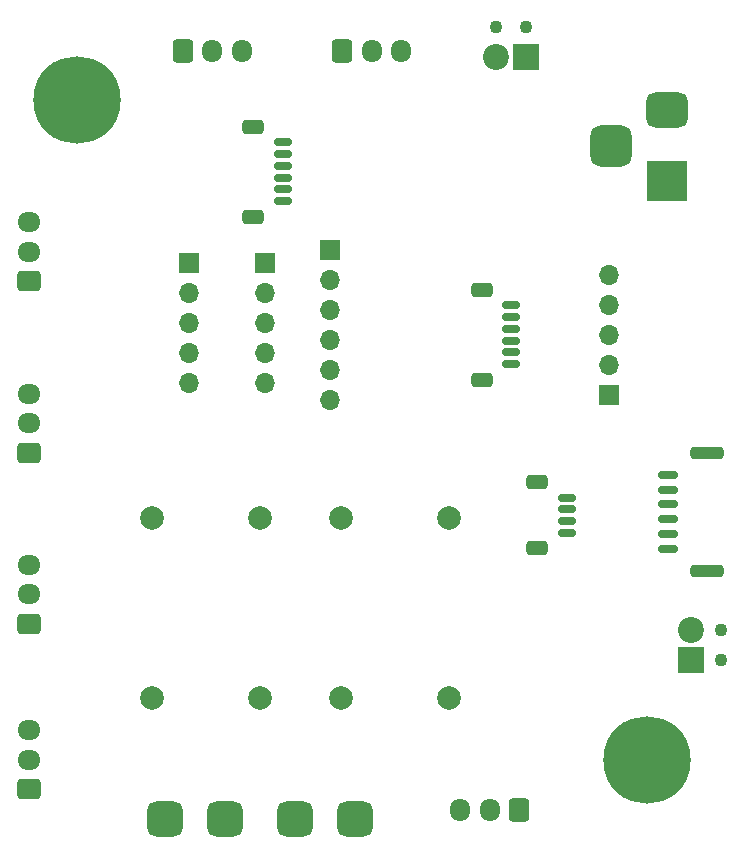
<source format=gbr>
%TF.GenerationSoftware,KiCad,Pcbnew,7.0.10*%
%TF.CreationDate,2024-04-25T20:56:43+02:00*%
%TF.ProjectId,LL PCB,4c4c2050-4342-42e6-9b69-6361645f7063,rev?*%
%TF.SameCoordinates,Original*%
%TF.FileFunction,Soldermask,Top*%
%TF.FilePolarity,Negative*%
%FSLAX46Y46*%
G04 Gerber Fmt 4.6, Leading zero omitted, Abs format (unit mm)*
G04 Created by KiCad (PCBNEW 7.0.10) date 2024-04-25 20:56:43*
%MOMM*%
%LPD*%
G01*
G04 APERTURE LIST*
G04 Aperture macros list*
%AMRoundRect*
0 Rectangle with rounded corners*
0 $1 Rounding radius*
0 $2 $3 $4 $5 $6 $7 $8 $9 X,Y pos of 4 corners*
0 Add a 4 corners polygon primitive as box body*
4,1,4,$2,$3,$4,$5,$6,$7,$8,$9,$2,$3,0*
0 Add four circle primitives for the rounded corners*
1,1,$1+$1,$2,$3*
1,1,$1+$1,$4,$5*
1,1,$1+$1,$6,$7*
1,1,$1+$1,$8,$9*
0 Add four rect primitives between the rounded corners*
20,1,$1+$1,$2,$3,$4,$5,0*
20,1,$1+$1,$4,$5,$6,$7,0*
20,1,$1+$1,$6,$7,$8,$9,0*
20,1,$1+$1,$8,$9,$2,$3,0*%
G04 Aperture macros list end*
%ADD10RoundRect,0.250000X0.725000X-0.600000X0.725000X0.600000X-0.725000X0.600000X-0.725000X-0.600000X0*%
%ADD11O,1.950000X1.700000*%
%ADD12C,0.800000*%
%ADD13C,7.400000*%
%ADD14RoundRect,0.150000X0.625000X-0.150000X0.625000X0.150000X-0.625000X0.150000X-0.625000X-0.150000X0*%
%ADD15RoundRect,0.250000X0.650000X-0.350000X0.650000X0.350000X-0.650000X0.350000X-0.650000X-0.350000X0*%
%ADD16C,2.000000*%
%ADD17R,1.700000X1.700000*%
%ADD18O,1.700000X1.700000*%
%ADD19RoundRect,0.250000X-0.600000X-0.725000X0.600000X-0.725000X0.600000X0.725000X-0.600000X0.725000X0*%
%ADD20O,1.700000X1.950000*%
%ADD21C,1.100000*%
%ADD22R,2.200000X2.200000*%
%ADD23C,2.200000*%
%ADD24RoundRect,0.150000X-0.700000X0.150000X-0.700000X-0.150000X0.700000X-0.150000X0.700000X0.150000X0*%
%ADD25RoundRect,0.250000X-1.150000X0.250000X-1.150000X-0.250000X1.150000X-0.250000X1.150000X0.250000X0*%
%ADD26R,3.500000X3.500000*%
%ADD27RoundRect,0.750000X-1.000000X0.750000X-1.000000X-0.750000X1.000000X-0.750000X1.000000X0.750000X0*%
%ADD28RoundRect,0.875000X-0.875000X0.875000X-0.875000X-0.875000X0.875000X-0.875000X0.875000X0.875000X0*%
%ADD29RoundRect,0.250000X0.600000X0.725000X-0.600000X0.725000X-0.600000X-0.725000X0.600000X-0.725000X0*%
%ADD30RoundRect,0.750000X-0.750000X-0.750000X0.750000X-0.750000X0.750000X0.750000X-0.750000X0.750000X0*%
G04 APERTURE END LIST*
D10*
%TO.C,SAL*%
X128000000Y-115500000D03*
D11*
X128000000Y-113000000D03*
X128000000Y-110500000D03*
%TD*%
D12*
%TO.C,REF\u002A\u002A*%
X177565000Y-127000000D03*
X178377779Y-125037779D03*
X178377779Y-128962221D03*
X180340000Y-124225000D03*
D13*
X180340000Y-127000000D03*
D12*
X180340000Y-129775000D03*
X182302221Y-125037779D03*
X182302221Y-128962221D03*
X183115000Y-127000000D03*
%TD*%
D14*
%TO.C,GPS BBB*%
X168825000Y-93500000D03*
X168825000Y-92500000D03*
X168825000Y-91500000D03*
X168825000Y-90500000D03*
X168825000Y-89500000D03*
X168825000Y-88500000D03*
D15*
X166300000Y-94800000D03*
X166300000Y-87200000D03*
%TD*%
D16*
%TO.C,Buck*%
X147572000Y-121740000D03*
X138428000Y-121740000D03*
X147572000Y-106500000D03*
X138428000Y-106500000D03*
%TD*%
D17*
%TO.C,SPI_MCP2515*%
X153500000Y-83840000D03*
D18*
X153500000Y-86380000D03*
X153500000Y-88920000D03*
X153500000Y-91460000D03*
X153500000Y-94000000D03*
X153500000Y-96540000D03*
%TD*%
D19*
%TO.C,SEL*%
X154500000Y-66975000D03*
D20*
X157000000Y-66975000D03*
X159500000Y-66975000D03*
%TD*%
D21*
%TO.C,BBB PWR*%
X170040000Y-64960000D03*
X167500000Y-64960000D03*
D22*
X170040000Y-67500000D03*
D23*
X167500000Y-67500000D03*
%TD*%
D17*
%TO.C,GPS Module*%
X177100000Y-96100000D03*
D18*
X177100000Y-93560000D03*
X177100000Y-91020000D03*
X177100000Y-88480000D03*
X177100000Y-85940000D03*
%TD*%
D14*
%TO.C,SPI_BBB*%
X149500000Y-79700000D03*
X149500000Y-78700000D03*
X149500000Y-77700000D03*
X149500000Y-76700000D03*
X149500000Y-75700000D03*
X149500000Y-74700000D03*
D15*
X146975000Y-81000000D03*
X146975000Y-73400000D03*
%TD*%
D12*
%TO.C,REF\u002A\u002A*%
X129305000Y-71120000D03*
X130117779Y-69157779D03*
X130117779Y-73082221D03*
X132080000Y-68345000D03*
D13*
X132080000Y-71120000D03*
D12*
X132080000Y-73895000D03*
X134042221Y-69157779D03*
X134042221Y-73082221D03*
X134855000Y-71120000D03*
%TD*%
D24*
%TO.C,TEL Device*%
X182050000Y-102875000D03*
X182050000Y-104125000D03*
X182050000Y-105375000D03*
X182050000Y-106625000D03*
X182050000Y-107875000D03*
X182050000Y-109125000D03*
D25*
X185400000Y-101025000D03*
X185400000Y-110975000D03*
%TD*%
D26*
%TO.C,Rasp PWR*%
X181957500Y-78000000D03*
D27*
X181957500Y-72000000D03*
D28*
X177257500Y-75000000D03*
%TD*%
D29*
%TO.C,ESCD*%
X169500000Y-131275000D03*
D20*
X167000000Y-131275000D03*
X164500000Y-131275000D03*
%TD*%
D21*
%TO.C,ESC*%
X186540000Y-118540000D03*
X186540000Y-116000000D03*
D22*
X184000000Y-118540000D03*
D23*
X184000000Y-116000000D03*
%TD*%
D17*
%TO.C,Servo GND*%
X141500000Y-84960000D03*
D18*
X141500000Y-87500000D03*
X141500000Y-90040000D03*
X141500000Y-92580000D03*
X141500000Y-95120000D03*
%TD*%
D30*
%TO.C,J4*%
X150460000Y-132000000D03*
X155540000Y-132000000D03*
%TD*%
%TO.C,J3*%
X139460000Y-132000000D03*
X144540000Y-132000000D03*
%TD*%
D14*
%TO.C,TEL BBB*%
X173525000Y-107800000D03*
X173525000Y-106800000D03*
X173525000Y-105800000D03*
X173525000Y-104800000D03*
D15*
X171000000Y-109100000D03*
X171000000Y-103500000D03*
%TD*%
D10*
%TO.C,SAR*%
X128000000Y-101000000D03*
D11*
X128000000Y-98500000D03*
X128000000Y-96000000D03*
%TD*%
D10*
%TO.C,SPayload*%
X128000000Y-129500000D03*
D11*
X128000000Y-127000000D03*
X128000000Y-124500000D03*
%TD*%
D16*
%TO.C,Buck 2*%
X163572000Y-121740000D03*
X154428000Y-121740000D03*
X163572000Y-106500000D03*
X154428000Y-106500000D03*
%TD*%
D19*
%TO.C,SER*%
X141000000Y-66975000D03*
D20*
X143500000Y-66975000D03*
X146000000Y-66975000D03*
%TD*%
D10*
%TO.C,SRV*%
X128000000Y-86500000D03*
D11*
X128000000Y-84000000D03*
X128000000Y-81500000D03*
%TD*%
D17*
%TO.C,Servo Signals*%
X148000000Y-84960000D03*
D18*
X148000000Y-87500000D03*
X148000000Y-90040000D03*
X148000000Y-92580000D03*
X148000000Y-95120000D03*
%TD*%
M02*

</source>
